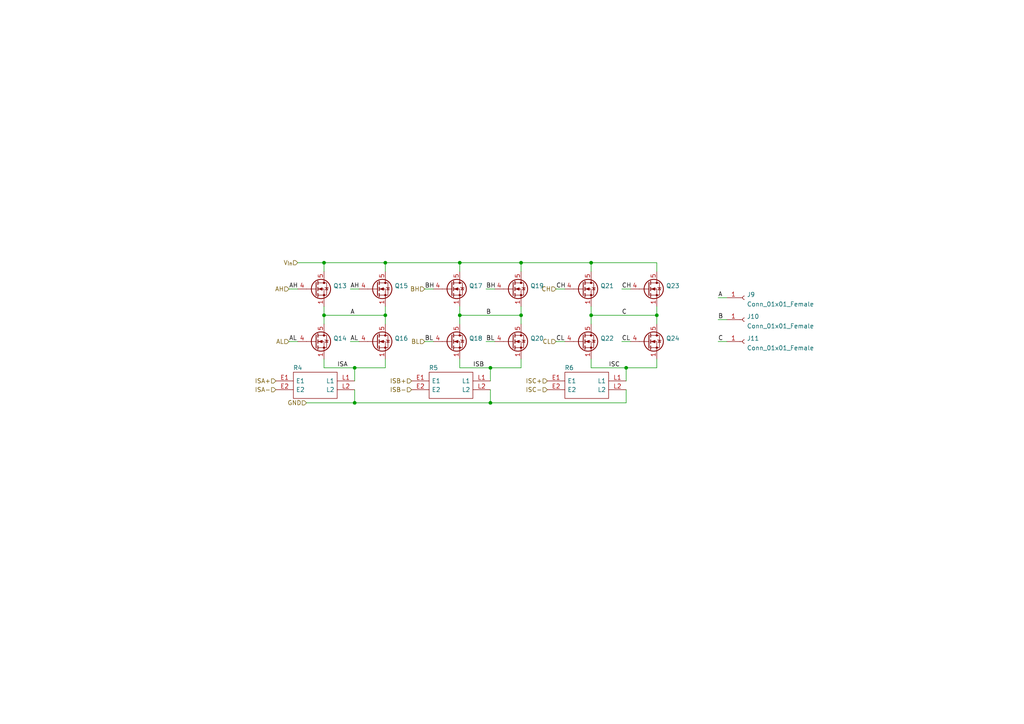
<source format=kicad_sch>
(kicad_sch (version 20211123) (generator eeschema)
  (paper "A4")
  (lib_symbols
    (symbol "Connector:Conn_01x01_Female" (pin_names (offset 1.016) hide)
      (property "Reference" "J" (at 0 2.54 0))
      (property "Value" "Conn_01x01_Female" (at 0 -2.54 0))
      (symbol "Conn_01x01_Female_1_1"
        (polyline (pts (xy -1.27 0) (xy -0.508 0)) (stroke (width 0.1524)))
        (arc (start 0 0.508) (mid -0.508 0) (end 0 -0.508) (stroke (width 0.1524)))
        (pin passive line (at -5.08 0 0) (length 3.81) (name "Pin_1") (number "1"))
      )
    )
    (symbol "SamacSys_Parts:WSL36371L000DEA" (pin_names (offset 0.762))
      (property "Reference" "R" (at 19.05 7.62 0))
      (property "Value" "WSL36371L000DEA" (at 19.05 5.08 0))
      (symbol "WSL36371L000DEA_0_0"
        (pin passive line (at 22.86 0 180) (length 5.08) (name "E1") (number "E1"))
        (pin passive line (at 22.86 -2.54 180) (length 5.08) (name "E2") (number "E2"))
        (pin passive line (at 0 0 0) (length 5.08) (name "L1") (number "L1"))
        (pin passive line (at 0 -2.54 0) (length 5.08) (name "L2") (number "L2"))
      )
      (symbol "WSL36371L000DEA_0_1"
        (polyline (pts (xy 5.08 2.54) (xy 17.78 2.54) (xy 17.78 -5.08) (xy 5.08 -5.08) (xy 5.08 2.54)) (stroke (width 0.1524)))
      )
    )
    (symbol "Transistor_FET:BSC026N08NS5" (pin_names hide)
      (property "Reference" "Q" (at 5.08 1.905 0))
      (property "Value" "BSC026N08NS5" (at 5.08 0 0))
      (symbol "BSC026N08NS5_0_1"
        (polyline (pts (xy 0.254 0) (xy -2.54 0)))
        (polyline (pts (xy 0.254 1.905) (xy 0.254 -1.905)) (stroke (width 0.254)))
        (polyline (pts (xy 0.762 -1.27) (xy 0.762 -2.286)) (stroke (width 0.254)))
        (polyline (pts (xy 0.762 0.508) (xy 0.762 -0.508)) (stroke (width 0.254)))
        (polyline (pts (xy 0.762 2.286) (xy 0.762 1.27)) (stroke (width 0.254)))
        (polyline (pts (xy 2.54 2.54) (xy 2.54 1.778)))
        (polyline (pts (xy 2.54 -2.54) (xy 2.54 0) (xy 0.762 0)))
        (polyline (pts (xy 0.762 -1.778) (xy 3.302 -1.778) (xy 3.302 1.778) (xy 0.762 1.778)))
        (polyline (pts (xy 1.016 0) (xy 2.032 0.381) (xy 2.032 -0.381) (xy 1.016 0)) (fill (type outline)))
        (polyline (pts (xy 2.794 0.508) (xy 2.921 0.381) (xy 3.683 0.381) (xy 3.81 0.254)))
        (polyline (pts (xy 3.302 0.381) (xy 2.921 -0.254) (xy 3.683 -0.254) (xy 3.302 0.381)))
        (circle (center 1.651 0) (radius 2.794) (stroke (width 0.254)))
        (circle (center 2.54 -1.778) (radius 0.254) (fill (type outline)))
        (circle (center 2.54 1.778) (radius 0.254) (fill (type outline)))
      )
      (symbol "BSC026N08NS5_1_1"
        (pin passive line (at 2.54 -5.08 90) (length 2.54) (name "S") (number "1"))
        (pin passive line (at 2.54 -5.08 90) (length 2.54) hide (name "S") (number "2"))
        (pin passive line (at 2.54 -5.08 90) (length 2.54) hide (name "S") (number "3"))
        (pin passive line (at -5.08 0 0) (length 2.54) (name "G") (number "4"))
        (pin passive line (at 2.54 5.08 270) (length 2.54) (name "D") (number "5"))
      )
    )
  )
  (junction (at 181.61 106.68))
  (junction (at 111.76 76.2))
  (junction (at 93.98 76.2))
  (junction (at 142.24 106.68))
  (junction (at 111.76 91.44))
  (junction (at 190.5 91.44))
  (junction (at 171.45 76.2))
  (junction (at 102.87 106.68))
  (junction (at 171.45 91.44))
  (junction (at 133.35 76.2))
  (junction (at 151.13 76.2))
  (junction (at 102.87 116.84))
  (junction (at 142.24 116.84))
  (junction (at 133.35 91.44))
  (junction (at 151.13 91.44))
  (junction (at 93.98 91.44))
  (wire (pts (xy 143.51 99.06) (xy 140.97 99.06)))
  (wire (pts (xy 93.98 104.14) (xy 93.98 106.68)))
  (wire (pts (xy 171.45 88.9) (xy 171.45 91.44)))
  (wire (pts (xy 111.76 88.9) (xy 111.76 91.44)))
  (wire (pts (xy 133.35 106.68) (xy 142.24 106.68)))
  (wire (pts (xy 133.35 91.44) (xy 133.35 93.98)))
  (wire (pts (xy 93.98 91.44) (xy 93.98 93.98)))
  (wire (pts (xy 102.87 106.68) (xy 111.76 106.68)))
  (wire (pts (xy 181.61 106.68) (xy 181.61 110.49)))
  (wire (pts (xy 171.45 76.2) (xy 190.5 76.2)))
  (wire (pts (xy 133.35 91.44) (xy 151.13 91.44)))
  (wire (pts (xy 104.14 83.82) (xy 101.6 83.82)))
  (wire (pts (xy 181.61 116.84) (xy 142.24 116.84)))
  (wire (pts (xy 171.45 91.44) (xy 171.45 93.98)))
  (wire (pts (xy 190.5 88.9) (xy 190.5 91.44)))
  (wire (pts (xy 93.98 76.2) (xy 93.98 78.74)))
  (wire (pts (xy 182.88 83.82) (xy 180.34 83.82)))
  (wire (pts (xy 151.13 76.2) (xy 171.45 76.2)))
  (wire (pts (xy 93.98 88.9) (xy 93.98 91.44)))
  (wire (pts (xy 125.73 99.06) (xy 123.19 99.06)))
  (wire (pts (xy 163.83 83.82) (xy 161.29 83.82)))
  (wire (pts (xy 111.76 76.2) (xy 133.35 76.2)))
  (wire (pts (xy 190.5 76.2) (xy 190.5 78.74)))
  (wire (pts (xy 111.76 76.2) (xy 93.98 76.2)))
  (wire (pts (xy 210.82 99.06) (xy 208.28 99.06)))
  (wire (pts (xy 142.24 116.84) (xy 102.87 116.84)))
  (wire (pts (xy 163.83 99.06) (xy 161.29 99.06)))
  (wire (pts (xy 86.36 83.82) (xy 83.82 83.82)))
  (wire (pts (xy 171.45 91.44) (xy 190.5 91.44)))
  (wire (pts (xy 133.35 104.14) (xy 133.35 106.68)))
  (wire (pts (xy 151.13 78.74) (xy 151.13 76.2)))
  (wire (pts (xy 133.35 76.2) (xy 151.13 76.2)))
  (wire (pts (xy 93.98 91.44) (xy 111.76 91.44)))
  (wire (pts (xy 151.13 91.44) (xy 151.13 93.98)))
  (wire (pts (xy 190.5 91.44) (xy 190.5 93.98)))
  (wire (pts (xy 133.35 88.9) (xy 133.35 91.44)))
  (wire (pts (xy 111.76 91.44) (xy 111.76 93.98)))
  (wire (pts (xy 125.73 83.82) (xy 123.19 83.82)))
  (wire (pts (xy 86.36 99.06) (xy 83.82 99.06)))
  (wire (pts (xy 190.5 106.68) (xy 190.5 104.14)))
  (wire (pts (xy 182.88 99.06) (xy 180.34 99.06)))
  (wire (pts (xy 102.87 113.03) (xy 102.87 116.84)))
  (wire (pts (xy 93.98 76.2) (xy 86.36 76.2)))
  (wire (pts (xy 181.61 113.03) (xy 181.61 116.84)))
  (wire (pts (xy 171.45 106.68) (xy 181.61 106.68)))
  (wire (pts (xy 111.76 106.68) (xy 111.76 104.14)))
  (wire (pts (xy 210.82 92.71) (xy 208.28 92.71)))
  (wire (pts (xy 111.76 78.74) (xy 111.76 76.2)))
  (wire (pts (xy 104.14 99.06) (xy 101.6 99.06)))
  (wire (pts (xy 142.24 106.68) (xy 151.13 106.68)))
  (wire (pts (xy 171.45 106.68) (xy 171.45 104.14)))
  (wire (pts (xy 181.61 106.68) (xy 190.5 106.68)))
  (wire (pts (xy 133.35 78.74) (xy 133.35 76.2)))
  (wire (pts (xy 142.24 106.68) (xy 142.24 110.49)))
  (wire (pts (xy 151.13 88.9) (xy 151.13 91.44)))
  (wire (pts (xy 102.87 116.84) (xy 88.9 116.84)))
  (wire (pts (xy 171.45 76.2) (xy 171.45 78.74)))
  (wire (pts (xy 151.13 104.14) (xy 151.13 106.68)))
  (wire (pts (xy 142.24 113.03) (xy 142.24 116.84)))
  (wire (pts (xy 102.87 106.68) (xy 102.87 110.49)))
  (wire (pts (xy 210.82 86.36) (xy 208.28 86.36)))
  (wire (pts (xy 93.98 106.68) (xy 102.87 106.68)))
  (wire (pts (xy 140.97 83.82) (xy 143.51 83.82)))
  (label "BH" (at 140.97 83.82 0))
  (label "C" (at 180.34 91.44 0))
  (label "CH" (at 180.34 83.82 0))
  (label "BH" (at 123.19 83.82 0))
  (label "CL" (at 180.34 99.06 0))
  (label "AH" (at 101.6 83.82 0))
  (label "A" (at 208.28 86.36 0))
  (label "AL" (at 101.6 99.06 0))
  (label "BL" (at 140.97 99.06 0))
  (label "C" (at 208.28 99.06 0))
  (label "ISA" (at 97.79 106.68 0))
  (label "ISB" (at 137.16 106.68 0))
  (label "A" (at 101.6 91.44 0))
  (label "ISC" (at 176.53 106.68 0))
  (label "AH" (at 83.82 83.82 0))
  (label "BL" (at 123.19 99.06 0))
  (label "AL" (at 83.82 99.06 0))
  (label "CL" (at 161.29 99.06 0))
  (label "B" (at 208.28 92.71 0))
  (label "B" (at 140.97 91.44 0))
  (label "CH" (at 161.29 83.82 0))
  (hierarchical_label "ISA+" (shape input) (at 80.01 110.49 180))
  (hierarchical_label "BL" (shape input) (at 123.19 99.06 180))
  (hierarchical_label "BH" (shape input) (at 123.19 83.82 180))
  (hierarchical_label "ISB+" (shape input) (at 119.38 110.49 180))
  (hierarchical_label "ISB-" (shape input) (at 119.38 113.03 180))
  (hierarchical_label "CH" (shape input) (at 161.29 83.82 180))
  (hierarchical_label "AL" (shape input) (at 83.82 99.06 180))
  (hierarchical_label "AH" (shape input) (at 83.82 83.82 180))
  (hierarchical_label "V_{in}" (shape input) (at 86.36 76.2 180))
  (hierarchical_label "ISC-" (shape input) (at 158.75 113.03 180))
  (hierarchical_label "ISA-" (shape input) (at 80.01 113.03 180))
  (hierarchical_label "GND" (shape input) (at 88.9 116.84 180))
  (hierarchical_label "ISC+" (shape input) (at 158.75 110.49 180))
  (hierarchical_label "CL" (shape input) (at 161.29 99.06 180))
  (symbol (lib_id "SamacSys_Parts:WSL36371L000DEA") (at 102.87 110.49 0) (mirror y)
    (property "Reference" "R4" (at 86.36 106.68 0))
    (property "Value" "WSL36371L000DEA" (effects hide))
    (property "Footprint" "WSL36371L000DEA" (effects hide))
    (property "Datasheet" "https://www.mouser.co.za/datasheet/2/427/wsl3637-1762603.pdf" (effects hide))
    (property "Description" "Current Sense Resistors - SMD 3watt .001ohms .5% Power Metal Strip Resistors, Low Value (down to 0.001 ), Surface Mount, 4-Terminal" (effects hide))
    (property "Height" "0.889" (effects hide))
    (property "Mouser Part Number" "71-WSL36371L000DEA" (effects hide))
    (property "Mouser Price/Stock" "https://www.mouser.co.uk/ProductDetail/Vishay-Dale/WSL36371L000DEA?qs=5qr1tyFj3NKlps0r0S%2FTMg%3D%3D" (effects hide))
    (property "Manufacturer_Name" "Vishay" (effects hide))
    (property "Manufacturer_Part_Number" "WSL36371L000DEA" (effects hide))
  )
  (symbol (lib_id "Connector:Conn_01x01_Female") (at 215.9 86.36 0)
    (property "Reference" "J9" (at 216.6112 85.4515 0) (effects (justify left)))
    (property "Value" "Conn_01x01_Female" (at 216.6112 88.2266 0) (effects (justify left)))
    (property "Footprint" "Connector:Banana_Jack_1Pin" (effects hide))
  )
  (symbol (lib_id "Transistor_FET:BSC026N08NS5") (at 130.81 99.06 0)
    (property "Reference" "Q18" (at 136.017 98.1515 0) (effects (justify left)))
    (property "Value" "BSC026N08NS5" (effects hide))
    (property "Footprint" "Package_TO_SOT_SMD:TDSON-8-1" (effects hide))
    (property "Datasheet" "http://www.infineon.com/dgdl/Infineon-BSC026N08NS5-DS-v02_01-EN.pdf?fileId=5546d4624ad04ef9014ae2eace7629e0" (effects hide))
  )
  (symbol (lib_id "Connector:Conn_01x01_Female") (at 215.9 92.71 0)
    (property "Reference" "J10" (at 216.6112 91.8015 0) (effects (justify left)))
    (property "Value" "Conn_01x01_Female" (at 216.6112 94.5766 0) (effects (justify left)))
    (property "Footprint" "Connector:Banana_Jack_1Pin" (effects hide))
  )
  (symbol (lib_id "Connector:Conn_01x01_Female") (at 215.9 99.06 0)
    (property "Reference" "J11" (at 216.6112 98.1515 0) (effects (justify left)))
    (property "Value" "Conn_01x01_Female" (at 216.6112 100.9266 0) (effects (justify left)))
    (property "Footprint" "Connector:Banana_Jack_1Pin" (effects hide))
  )
  (symbol (lib_id "Transistor_FET:BSC026N08NS5") (at 130.81 83.82 0)
    (property "Reference" "Q17" (at 136.017 82.9115 0) (effects (justify left)))
    (property "Value" "BSC026N08NS5" (effects hide))
    (property "Footprint" "Package_TO_SOT_SMD:TDSON-8-1" (effects hide))
    (property "Datasheet" "http://www.infineon.com/dgdl/Infineon-BSC026N08NS5-DS-v02_01-EN.pdf?fileId=5546d4624ad04ef9014ae2eace7629e0" (effects hide))
  )
  (symbol (lib_id "Transistor_FET:BSC026N08NS5") (at 91.44 99.06 0)
    (property "Reference" "Q14" (at 96.647 98.1515 0) (effects (justify left)))
    (property "Value" "BSC026N08NS5" (effects hide))
    (property "Footprint" "Package_TO_SOT_SMD:TDSON-8-1" (effects hide))
    (property "Datasheet" "http://www.infineon.com/dgdl/Infineon-BSC026N08NS5-DS-v02_01-EN.pdf?fileId=5546d4624ad04ef9014ae2eace7629e0" (effects hide))
  )
  (symbol (lib_id "Transistor_FET:BSC026N08NS5") (at 187.96 99.06 0)
    (property "Reference" "Q24" (at 193.167 98.1515 0) (effects (justify left)))
    (property "Value" "BSC026N08NS5" (effects hide))
    (property "Footprint" "Package_TO_SOT_SMD:TDSON-8-1" (effects hide))
    (property "Datasheet" "http://www.infineon.com/dgdl/Infineon-BSC026N08NS5-DS-v02_01-EN.pdf?fileId=5546d4624ad04ef9014ae2eace7629e0" (effects hide))
  )
  (symbol (lib_id "SamacSys_Parts:WSL36371L000DEA") (at 181.61 110.49 0) (mirror y)
    (property "Reference" "R6" (at 165.1 106.68 0))
    (property "Value" "WSL36371L000DEA" (effects hide))
    (property "Footprint" "WSL36371L000DEA" (effects hide))
    (property "Datasheet" "https://www.mouser.co.za/datasheet/2/427/wsl3637-1762603.pdf" (effects hide))
    (property "Description" "Current Sense Resistors - SMD 3watt .001ohms .5% Power Metal Strip Resistors, Low Value (down to 0.001 ), Surface Mount, 4-Terminal" (effects hide))
    (property "Height" "0.889" (effects hide))
    (property "Mouser Part Number" "71-WSL36371L000DEA" (effects hide))
    (property "Mouser Price/Stock" "https://www.mouser.co.uk/ProductDetail/Vishay-Dale/WSL36371L000DEA?qs=5qr1tyFj3NKlps0r0S%2FTMg%3D%3D" (effects hide))
    (property "Manufacturer_Name" "Vishay" (effects hide))
    (property "Manufacturer_Part_Number" "WSL36371L000DEA" (effects hide))
  )
  (symbol (lib_id "Transistor_FET:BSC026N08NS5") (at 168.91 83.82 0)
    (property "Reference" "Q21" (at 174.117 82.9115 0) (effects (justify left)))
    (property "Value" "BSC026N08NS5" (effects hide))
    (property "Footprint" "Package_TO_SOT_SMD:TDSON-8-1" (effects hide))
    (property "Datasheet" "http://www.infineon.com/dgdl/Infineon-BSC026N08NS5-DS-v02_01-EN.pdf?fileId=5546d4624ad04ef9014ae2eace7629e0" (effects hide))
  )
  (symbol (lib_id "Transistor_FET:BSC026N08NS5") (at 109.22 99.06 0)
    (property "Reference" "Q16" (at 114.427 98.1515 0) (effects (justify left)))
    (property "Value" "BSC026N08NS5" (effects hide))
    (property "Footprint" "Package_TO_SOT_SMD:TDSON-8-1" (effects hide))
    (property "Datasheet" "http://www.infineon.com/dgdl/Infineon-BSC026N08NS5-DS-v02_01-EN.pdf?fileId=5546d4624ad04ef9014ae2eace7629e0" (effects hide))
  )
  (symbol (lib_id "Transistor_FET:BSC026N08NS5") (at 148.59 83.82 0)
    (property "Reference" "Q19" (at 153.797 82.9115 0) (effects (justify left)))
    (property "Value" "BSC026N08NS5" (effects hide))
    (property "Footprint" "Package_TO_SOT_SMD:TDSON-8-1" (effects hide))
    (property "Datasheet" "http://www.infineon.com/dgdl/Infineon-BSC026N08NS5-DS-v02_01-EN.pdf?fileId=5546d4624ad04ef9014ae2eace7629e0" (effects hide))
  )
  (symbol (lib_id "Transistor_FET:BSC026N08NS5") (at 109.22 83.82 0)
    (property "Reference" "Q15" (at 114.427 82.9115 0) (effects (justify left)))
    (property "Value" "BSC026N08NS5" (effects hide))
    (property "Footprint" "Package_TO_SOT_SMD:TDSON-8-1" (effects hide))
    (property "Datasheet" "http://www.infineon.com/dgdl/Infineon-BSC026N08NS5-DS-v02_01-EN.pdf?fileId=5546d4624ad04ef9014ae2eace7629e0" (effects hide))
  )
  (symbol (lib_id "Transistor_FET:BSC026N08NS5") (at 148.59 99.06 0)
    (property "Reference" "Q20" (at 153.797 98.1515 0) (effects (justify left)))
    (property "Value" "BSC026N08NS5" (effects hide))
    (property "Footprint" "Package_TO_SOT_SMD:TDSON-8-1" (effects hide))
    (property "Datasheet" "http://www.infineon.com/dgdl/Infineon-BSC026N08NS5-DS-v02_01-EN.pdf?fileId=5546d4624ad04ef9014ae2eace7629e0" (effects hide))
  )
  (symbol (lib_id "Transistor_FET:BSC026N08NS5") (at 168.91 99.06 0)
    (property "Reference" "Q22" (at 174.117 98.1515 0) (effects (justify left)))
    (property "Value" "BSC026N08NS5" (effects hide))
    (property "Footprint" "Package_TO_SOT_SMD:TDSON-8-1" (effects hide))
    (property "Datasheet" "http://www.infineon.com/dgdl/Infineon-BSC026N08NS5-DS-v02_01-EN.pdf?fileId=5546d4624ad04ef9014ae2eace7629e0" (effects hide))
  )
  (symbol (lib_id "SamacSys_Parts:WSL36371L000DEA") (at 142.24 110.49 0) (mirror y)
    (property "Reference" "R5" (at 125.73 106.68 0))
    (property "Value" "WSL36371L000DEA" (effects hide))
    (property "Footprint" "WSL36371L000DEA" (effects hide))
    (property "Datasheet" "https://www.mouser.co.za/datasheet/2/427/wsl3637-1762603.pdf" (effects hide))
    (property "Description" "Current Sense Resistors - SMD 3watt .001ohms .5% Power Metal Strip Resistors, Low Value (down to 0.001 ), Surface Mount, 4-Terminal" (effects hide))
    (property "Height" "0.889" (effects hide))
    (property "Mouser Part Number" "71-WSL36371L000DEA" (effects hide))
    (property "Mouser Price/Stock" "https://www.mouser.co.uk/ProductDetail/Vishay-Dale/WSL36371L000DEA?qs=5qr1tyFj3NKlps0r0S%2FTMg%3D%3D" (effects hide))
    (property "Manufacturer_Name" "Vishay" (effects hide))
    (property "Manufacturer_Part_Number" "WSL36371L000DEA" (effects hide))
  )
  (symbol (lib_id "Transistor_FET:BSC026N08NS5") (at 91.44 83.82 0)
    (property "Reference" "Q13" (at 96.647 82.9115 0) (effects (justify left)))
    (property "Value" "BSC026N08NS5" (effects hide))
    (property "Footprint" "Package_TO_SOT_SMD:TDSON-8-1" (effects hide))
    (property "Datasheet" "http://www.infineon.com/dgdl/Infineon-BSC026N08NS5-DS-v02_01-EN.pdf?fileId=5546d4624ad04ef9014ae2eace7629e0" (effects hide))
  )
  (symbol (lib_id "Transistor_FET:BSC026N08NS5") (at 187.96 83.82 0)
    (property "Reference" "Q23" (at 193.167 82.9115 0) (effects (justify left)))
    (property "Value" "BSC026N08NS5" (effects hide))
    (property "Footprint" "Package_TO_SOT_SMD:TDSON-8-1" (effects hide))
    (property "Datasheet" "http://www.infineon.com/dgdl/Infineon-BSC026N08NS5-DS-v02_01-EN.pdf?fileId=5546d4624ad04ef9014ae2eace7629e0" (effects hide))
  )
)
</source>
